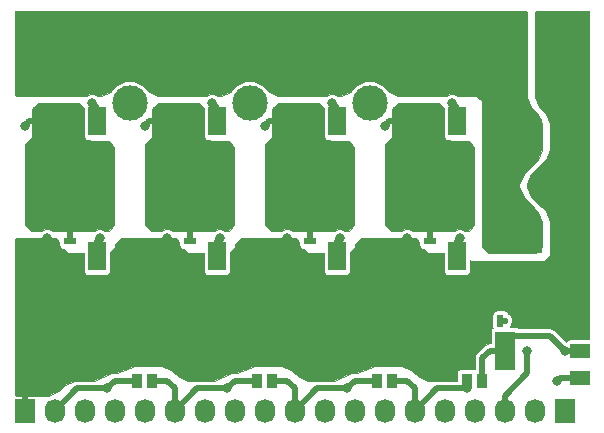
<source format=gbr>
G04 #@! TF.FileFunction,Copper,L2,Bot,Signal*
%FSLAX46Y46*%
G04 Gerber Fmt 4.6, Leading zero omitted, Abs format (unit mm)*
G04 Created by KiCad (PCBNEW 4.0.7) date 01/30/18 18:32:40*
%MOMM*%
%LPD*%
G01*
G04 APERTURE LIST*
%ADD10C,0.100000*%
%ADD11R,1.000000X0.600000*%
%ADD12R,1.500000X2.400000*%
%ADD13R,7.000240X7.000240*%
%ADD14R,1.727200X2.032000*%
%ADD15O,1.727200X2.032000*%
%ADD16R,0.965200X1.270000*%
%ADD17R,1.700000X1.200000*%
%ADD18R,1.700000X3.300000*%
%ADD19R,1.300000X1.300000*%
%ADD20C,1.300000*%
%ADD21R,2.032000X1.727200*%
%ADD22O,2.032000X1.727200*%
%ADD23R,0.600000X1.000000*%
%ADD24C,3.000000*%
%ADD25C,1.200000*%
%ADD26C,0.800000*%
%ADD27C,0.600000*%
%ADD28C,0.500000*%
%ADD29C,0.250000*%
%ADD30C,0.026000*%
G04 APERTURE END LIST*
D10*
D11*
X8890000Y-25035000D03*
X8890000Y-27035000D03*
X19050000Y-25035000D03*
X19050000Y-27035000D03*
D12*
X11190000Y-14880000D03*
X6590000Y-14880000D03*
D13*
X8890000Y-8980680D03*
D12*
X11190000Y-26310000D03*
X6590000Y-26310000D03*
D13*
X8890000Y-20410680D03*
D12*
X21350000Y-14880000D03*
X16750000Y-14880000D03*
D13*
X19050000Y-8980680D03*
D12*
X21350000Y-26310000D03*
X16750000Y-26310000D03*
D13*
X19050000Y-20410680D03*
D14*
X5080000Y-39370000D03*
D15*
X7620000Y-39370000D03*
X10160000Y-39370000D03*
X12700000Y-39370000D03*
X15240000Y-39370000D03*
X17780000Y-39370000D03*
X20320000Y-39370000D03*
X22860000Y-39370000D03*
X25400000Y-39370000D03*
X27940000Y-39370000D03*
X30480000Y-39370000D03*
X33020000Y-39370000D03*
X35560000Y-39370000D03*
X38100000Y-39370000D03*
X40640000Y-39370000D03*
X43180000Y-39370000D03*
D12*
X31510000Y-14880000D03*
X26910000Y-14880000D03*
D13*
X29210000Y-8980680D03*
D12*
X31510000Y-26310000D03*
X26910000Y-26310000D03*
D13*
X29210000Y-20410680D03*
D12*
X41670000Y-14880000D03*
X37070000Y-14880000D03*
D13*
X39370000Y-8980680D03*
D12*
X41670000Y-26310000D03*
X37070000Y-26310000D03*
D13*
X39370000Y-20410680D03*
D11*
X29210000Y-25035000D03*
X29210000Y-27035000D03*
X39370000Y-25035000D03*
X39370000Y-27035000D03*
D16*
X14605000Y-36830000D03*
X15875000Y-36830000D03*
X24765000Y-36830000D03*
X26035000Y-36830000D03*
X34925000Y-36830000D03*
X36195000Y-36830000D03*
X43815000Y-36830000D03*
X42545000Y-36830000D03*
D17*
X52070000Y-31990000D03*
X52070000Y-34290000D03*
X52070000Y-36590000D03*
D18*
X45770000Y-34290000D03*
D19*
X48260000Y-25400000D03*
D20*
X48260000Y-30400000D03*
D19*
X48260000Y-15240000D03*
D20*
X48260000Y-20240000D03*
D14*
X50800000Y-39370000D03*
D15*
X48260000Y-39370000D03*
X45720000Y-39370000D03*
D21*
X45720000Y-6350000D03*
D22*
X45720000Y-8890000D03*
X45720000Y-11430000D03*
X45720000Y-13970000D03*
D21*
X50800000Y-6350000D03*
D22*
X50800000Y-8890000D03*
X50800000Y-11430000D03*
X50800000Y-13970000D03*
D23*
X47355000Y-31750000D03*
X45355000Y-31750000D03*
D24*
X34290000Y-13335000D03*
X13970000Y-13335000D03*
X24130000Y-13335000D03*
D25*
X8890000Y-15240000D03*
X7620000Y-16510000D03*
X8890000Y-16510000D03*
X10160000Y-20320000D03*
X10160000Y-21590000D03*
X11430000Y-17780000D03*
X10160000Y-17780000D03*
X8890000Y-17780000D03*
X7620000Y-17780000D03*
X7620000Y-19050000D03*
X7620000Y-20320000D03*
X7620000Y-21590000D03*
X7620000Y-22860000D03*
X8890000Y-22860000D03*
X10160000Y-22860000D03*
X11430000Y-22860000D03*
X11430000Y-21590000D03*
X11430000Y-20320000D03*
X11430000Y-19050000D03*
X10160000Y-19050000D03*
X8890000Y-19050000D03*
X8890000Y-20320000D03*
X8890000Y-21590000D03*
D26*
X5080000Y-15240000D03*
D25*
X19050000Y-15240000D03*
X17780000Y-17780000D03*
X17780000Y-16510000D03*
X19050000Y-16510000D03*
X17780000Y-19050000D03*
X17780000Y-20320000D03*
X17780000Y-21590000D03*
X17780000Y-22860000D03*
X19050000Y-22860000D03*
X19050000Y-21590000D03*
X19050000Y-20320000D03*
X19050000Y-19050000D03*
X19050000Y-17780000D03*
X20320000Y-17780000D03*
X20320000Y-19050000D03*
X20320000Y-20320000D03*
X20320000Y-21590000D03*
X20320000Y-22860000D03*
X21590000Y-22860000D03*
X21590000Y-21590000D03*
X21590000Y-20320000D03*
X21590000Y-19050000D03*
X21590000Y-17780000D03*
D26*
X15240000Y-15240000D03*
X10795000Y-13335000D03*
X11430000Y-24765000D03*
X20955000Y-13335000D03*
X21590000Y-24765000D03*
X47625000Y-34290000D03*
D25*
X29210000Y-15240000D03*
X27940000Y-17780000D03*
X27940000Y-16510000D03*
X29210000Y-16510000D03*
X27940000Y-19050000D03*
X27940000Y-20320000D03*
X27940000Y-21590000D03*
X27940000Y-22860000D03*
X29210000Y-22860000D03*
X29210000Y-21590000D03*
X29210000Y-20320000D03*
X29210000Y-19050000D03*
X29210000Y-17780000D03*
X30480000Y-17780000D03*
X30480000Y-19050000D03*
X30480000Y-20320000D03*
X30480000Y-21590000D03*
X30480000Y-22860000D03*
X31750000Y-22860000D03*
X31750000Y-21590000D03*
X31750000Y-20320000D03*
X31750000Y-19050000D03*
X31750000Y-17780000D03*
D26*
X25400000Y-15240000D03*
D25*
X39370000Y-20320000D03*
X39370000Y-21590000D03*
X39370000Y-22860000D03*
X39370000Y-19050000D03*
X39370000Y-17780000D03*
X40640000Y-17780000D03*
X40640000Y-19050000D03*
X40640000Y-20320000D03*
X40640000Y-21590000D03*
X40640000Y-22860000D03*
X41910000Y-22860000D03*
X41910000Y-21590000D03*
X41910000Y-20320000D03*
X41910000Y-19050000D03*
X41910000Y-17780000D03*
X39370000Y-15240000D03*
X38100000Y-17780000D03*
X38100000Y-16510000D03*
X39370000Y-16510000D03*
X38100000Y-19050000D03*
X38100000Y-20320000D03*
X38100000Y-21590000D03*
X38100000Y-22860000D03*
D26*
X35560000Y-15240000D03*
X12065000Y-37465000D03*
X22225000Y-37465000D03*
X32385000Y-37465000D03*
X42545000Y-37465000D03*
D25*
X33655000Y-34925000D03*
X23495000Y-34925000D03*
X13335000Y-34925000D03*
D26*
X37465000Y-24765000D03*
X27305000Y-24765000D03*
X17145000Y-24765000D03*
X6985000Y-24765000D03*
X31115000Y-13335000D03*
X31750000Y-24765000D03*
X41275000Y-13335000D03*
X41910000Y-24765000D03*
X50800000Y-34290000D03*
X50165000Y-36830000D03*
D27*
X45720000Y-31750000D03*
D28*
X8890000Y-16510000D02*
X8890000Y-15240000D01*
X8890000Y-20410680D02*
X8890000Y-16510000D01*
X8890000Y-21590000D02*
X10160000Y-20320000D01*
X10160000Y-21590000D02*
X8890000Y-20410680D01*
X8890000Y-20410680D02*
X11430000Y-17870680D01*
X11430000Y-17870680D02*
X11430000Y-17780000D01*
X10160000Y-17780000D02*
X8890000Y-17780000D01*
X7620000Y-17780000D02*
X7620000Y-19050000D01*
X7620000Y-20320000D02*
X7620000Y-21590000D01*
X7620000Y-22860000D02*
X8890000Y-22860000D01*
X10160000Y-22860000D02*
X11430000Y-22860000D01*
X11430000Y-21590000D02*
X11430000Y-20320000D01*
X11430000Y-19050000D02*
X10160000Y-19050000D01*
X8890000Y-19050000D02*
X8890000Y-20320000D01*
X8890000Y-25035000D02*
X8890000Y-20410680D01*
X5440000Y-14880000D02*
X6590000Y-14880000D01*
X5080000Y-15240000D02*
X5440000Y-14880000D01*
X17780000Y-19050000D02*
X17780000Y-17780000D01*
X19050000Y-16510000D02*
X17780000Y-16510000D01*
X17780000Y-20320000D02*
X17780000Y-21590000D01*
X17780000Y-22860000D02*
X19050000Y-22860000D01*
X19050000Y-21590000D02*
X19050000Y-20320000D01*
X19050000Y-19050000D02*
X19050000Y-17780000D01*
X20320000Y-17780000D02*
X20320000Y-19050000D01*
X20320000Y-20320000D02*
X20320000Y-21590000D01*
X20320000Y-22860000D02*
X21590000Y-22860000D01*
X21590000Y-21590000D02*
X21590000Y-20320000D01*
X21590000Y-19050000D02*
X21590000Y-17780000D01*
X19050000Y-25035000D02*
X19050000Y-20410680D01*
X15600000Y-14880000D02*
X16750000Y-14880000D01*
X15240000Y-15240000D02*
X15600000Y-14880000D01*
X10795000Y-13335000D02*
X11190000Y-13730000D01*
X11190000Y-13730000D02*
X11190000Y-14880000D01*
X11190000Y-25005000D02*
X11190000Y-26310000D01*
X11430000Y-24765000D02*
X11190000Y-25005000D01*
X11190000Y-26275000D02*
X11190000Y-26310000D01*
X20955000Y-13335000D02*
X21350000Y-13730000D01*
X21350000Y-13730000D02*
X21350000Y-14880000D01*
X21590000Y-24765000D02*
X21350000Y-25005000D01*
X21350000Y-25005000D02*
X21350000Y-26310000D01*
X45720000Y-39370000D02*
X45720000Y-38100000D01*
X47625000Y-36195000D02*
X47625000Y-34290000D01*
X45720000Y-38100000D02*
X47625000Y-36195000D01*
X27940000Y-19050000D02*
X27940000Y-17780000D01*
X29210000Y-16510000D02*
X27940000Y-16510000D01*
X27940000Y-20320000D02*
X27940000Y-21590000D01*
X27940000Y-22860000D02*
X29210000Y-22860000D01*
X29210000Y-21590000D02*
X29210000Y-20320000D01*
X29210000Y-19050000D02*
X29210000Y-17780000D01*
X30480000Y-17780000D02*
X30480000Y-19050000D01*
X30480000Y-20320000D02*
X30480000Y-21590000D01*
X30480000Y-22860000D02*
X31750000Y-22860000D01*
X31750000Y-21590000D02*
X31750000Y-20320000D01*
X31750000Y-19050000D02*
X31750000Y-17780000D01*
X29210000Y-25035000D02*
X29210000Y-20410680D01*
X26910000Y-14880000D02*
X25760000Y-14880000D01*
X25760000Y-14880000D02*
X25400000Y-15240000D01*
X39370000Y-22860000D02*
X39370000Y-21590000D01*
X39370000Y-20320000D02*
X39370000Y-19050000D01*
X39370000Y-17780000D02*
X40640000Y-17780000D01*
X40640000Y-19050000D02*
X40640000Y-20320000D01*
X40640000Y-21590000D02*
X40640000Y-22860000D01*
X41910000Y-22860000D02*
X41910000Y-21590000D01*
X41910000Y-20320000D02*
X41910000Y-19050000D01*
X41910000Y-17780000D02*
X39370000Y-20410680D01*
X38100000Y-19050000D02*
X38100000Y-17780000D01*
X39370000Y-16510000D02*
X38100000Y-16510000D01*
X38100000Y-20320000D02*
X38100000Y-21590000D01*
X38100000Y-22860000D02*
X39370000Y-20410680D01*
X39370000Y-25035000D02*
X39370000Y-20410680D01*
X37070000Y-14880000D02*
X35920000Y-14880000D01*
X35920000Y-14880000D02*
X35560000Y-15240000D01*
X14605000Y-36830000D02*
X12700000Y-36830000D01*
X12700000Y-36830000D02*
X12065000Y-37465000D01*
X7620000Y-39370000D02*
X9525000Y-37465000D01*
X9525000Y-37465000D02*
X12065000Y-37465000D01*
X15875000Y-36830000D02*
X17145000Y-36830000D01*
X17780000Y-37465000D02*
X17780000Y-39370000D01*
X17145000Y-36830000D02*
X17780000Y-37465000D01*
X22225000Y-37465000D02*
X22860000Y-36830000D01*
X22860000Y-36830000D02*
X24765000Y-36830000D01*
X19685000Y-37465000D02*
X17780000Y-39370000D01*
X22225000Y-37465000D02*
X19685000Y-37465000D01*
X26035000Y-36830000D02*
X27305000Y-36830000D01*
X27940000Y-37465000D02*
X27940000Y-39370000D01*
X27305000Y-36830000D02*
X27940000Y-37465000D01*
X32385000Y-37465000D02*
X33020000Y-36830000D01*
X33020000Y-36830000D02*
X34925000Y-36830000D01*
X27940000Y-39370000D02*
X29845000Y-37465000D01*
X29845000Y-37465000D02*
X32385000Y-37465000D01*
X36195000Y-36830000D02*
X37465000Y-36830000D01*
X38100000Y-37465000D02*
X38100000Y-39370000D01*
X37465000Y-36830000D02*
X38100000Y-37465000D01*
X40005000Y-37465000D02*
X38100000Y-39370000D01*
X42545000Y-37465000D02*
X40005000Y-37465000D01*
X47355000Y-31750000D02*
X47355000Y-31305000D01*
X47355000Y-31305000D02*
X48260000Y-30400000D01*
X48260000Y-30400000D02*
X51355000Y-30400000D01*
X52070000Y-31115000D02*
X52070000Y-31990000D01*
X51355000Y-30400000D02*
X52070000Y-31115000D01*
X5080000Y-39370000D02*
X5080000Y-30480000D01*
X6590000Y-28970000D02*
X6590000Y-26310000D01*
X5080000Y-30480000D02*
X6590000Y-28970000D01*
X37070000Y-26310000D02*
X37070000Y-25160000D01*
X37070000Y-25160000D02*
X37465000Y-24765000D01*
X27305000Y-24765000D02*
X26910000Y-25160000D01*
X26910000Y-25160000D02*
X26910000Y-26310000D01*
X16750000Y-26310000D02*
X16750000Y-25160000D01*
X16750000Y-25160000D02*
X17145000Y-24765000D01*
X6590000Y-26310000D02*
X6590000Y-25160000D01*
X6590000Y-25160000D02*
X6985000Y-24765000D01*
X39370000Y-27035000D02*
X37795000Y-27035000D01*
X37795000Y-27035000D02*
X37070000Y-26310000D01*
X29210000Y-27035000D02*
X27635000Y-27035000D01*
X27635000Y-27035000D02*
X26910000Y-26310000D01*
X8890000Y-27035000D02*
X7315000Y-27035000D01*
X7315000Y-27035000D02*
X6590000Y-26310000D01*
X19050000Y-27035000D02*
X17475000Y-27035000D01*
X17475000Y-27035000D02*
X16750000Y-26310000D01*
X31115000Y-13335000D02*
X31510000Y-13730000D01*
X31510000Y-13730000D02*
X31510000Y-14880000D01*
X31510000Y-26310000D02*
X31510000Y-25005000D01*
X31510000Y-25005000D02*
X31750000Y-24765000D01*
X31510000Y-26275000D02*
X31510000Y-26310000D01*
X41275000Y-13335000D02*
X41670000Y-13730000D01*
X41670000Y-13730000D02*
X41670000Y-14880000D01*
X41670000Y-25005000D02*
X41670000Y-26310000D01*
X41910000Y-24765000D02*
X41670000Y-25005000D01*
X41670000Y-26275000D02*
X41670000Y-26310000D01*
X45770000Y-34290000D02*
X45770000Y-32970000D01*
X45770000Y-32970000D02*
X45820000Y-33020000D01*
X45820000Y-33020000D02*
X49530000Y-33020000D01*
X52070000Y-34290000D02*
X50800000Y-34290000D01*
X50800000Y-34290000D02*
X49530000Y-33020000D01*
X43815000Y-36830000D02*
X43815000Y-34925000D01*
X43815000Y-34925000D02*
X44450000Y-34290000D01*
X44450000Y-34290000D02*
X45135000Y-34290000D01*
X50405000Y-36590000D02*
X52070000Y-36590000D01*
X50165000Y-36830000D02*
X50405000Y-36590000D01*
D29*
X45720000Y-31750000D02*
X45355000Y-31750000D01*
D30*
G36*
X10069889Y-13763273D02*
X10069889Y-16080000D01*
X10095201Y-16214520D01*
X10174702Y-16338068D01*
X10296006Y-16420951D01*
X10440000Y-16450111D01*
X10581727Y-16450111D01*
X10650808Y-16519192D01*
X10655108Y-16522045D01*
X10660000Y-16523000D01*
X12194616Y-16523000D01*
X12687000Y-17015384D01*
X12687000Y-23624616D01*
X12194616Y-24117000D01*
X11859067Y-24117000D01*
X11582436Y-24002133D01*
X11278896Y-24001868D01*
X11000255Y-24117000D01*
X7414067Y-24117000D01*
X7137436Y-24002133D01*
X6833896Y-24001868D01*
X6555255Y-24117000D01*
X5585384Y-24117000D01*
X5093000Y-23624616D01*
X5093000Y-16832884D01*
X5724192Y-16201692D01*
X5727045Y-16197392D01*
X5728000Y-16192500D01*
X5728000Y-13840384D01*
X6220384Y-13348000D01*
X9654616Y-13348000D01*
X10069889Y-13763273D01*
X10069889Y-13763273D01*
G37*
X10069889Y-13763273D02*
X10069889Y-16080000D01*
X10095201Y-16214520D01*
X10174702Y-16338068D01*
X10296006Y-16420951D01*
X10440000Y-16450111D01*
X10581727Y-16450111D01*
X10650808Y-16519192D01*
X10655108Y-16522045D01*
X10660000Y-16523000D01*
X12194616Y-16523000D01*
X12687000Y-17015384D01*
X12687000Y-23624616D01*
X12194616Y-24117000D01*
X11859067Y-24117000D01*
X11582436Y-24002133D01*
X11278896Y-24001868D01*
X11000255Y-24117000D01*
X7414067Y-24117000D01*
X7137436Y-24002133D01*
X6833896Y-24001868D01*
X6555255Y-24117000D01*
X5585384Y-24117000D01*
X5093000Y-23624616D01*
X5093000Y-16832884D01*
X5724192Y-16201692D01*
X5727045Y-16197392D01*
X5728000Y-16192500D01*
X5728000Y-13840384D01*
X6220384Y-13348000D01*
X9654616Y-13348000D01*
X10069889Y-13763273D01*
G36*
X20229889Y-13763273D02*
X20229889Y-16080000D01*
X20255201Y-16214520D01*
X20334702Y-16338068D01*
X20456006Y-16420951D01*
X20600000Y-16450111D01*
X20741727Y-16450111D01*
X20810808Y-16519192D01*
X20815108Y-16522045D01*
X20820000Y-16523000D01*
X22354616Y-16523000D01*
X22847000Y-17015384D01*
X22847000Y-23624616D01*
X22354616Y-24117000D01*
X22019067Y-24117000D01*
X21742436Y-24002133D01*
X21438896Y-24001868D01*
X21160255Y-24117000D01*
X17574067Y-24117000D01*
X17297436Y-24002133D01*
X16993896Y-24001868D01*
X16715255Y-24117000D01*
X15745384Y-24117000D01*
X15253000Y-23624616D01*
X15253000Y-16832884D01*
X15884192Y-16201692D01*
X15887045Y-16197392D01*
X15888000Y-16192500D01*
X15888000Y-13840384D01*
X16380384Y-13348000D01*
X19814616Y-13348000D01*
X20229889Y-13763273D01*
X20229889Y-13763273D01*
G37*
X20229889Y-13763273D02*
X20229889Y-16080000D01*
X20255201Y-16214520D01*
X20334702Y-16338068D01*
X20456006Y-16420951D01*
X20600000Y-16450111D01*
X20741727Y-16450111D01*
X20810808Y-16519192D01*
X20815108Y-16522045D01*
X20820000Y-16523000D01*
X22354616Y-16523000D01*
X22847000Y-17015384D01*
X22847000Y-23624616D01*
X22354616Y-24117000D01*
X22019067Y-24117000D01*
X21742436Y-24002133D01*
X21438896Y-24001868D01*
X21160255Y-24117000D01*
X17574067Y-24117000D01*
X17297436Y-24002133D01*
X16993896Y-24001868D01*
X16715255Y-24117000D01*
X15745384Y-24117000D01*
X15253000Y-23624616D01*
X15253000Y-16832884D01*
X15884192Y-16201692D01*
X15887045Y-16197392D01*
X15888000Y-16192500D01*
X15888000Y-13840384D01*
X16380384Y-13348000D01*
X19814616Y-13348000D01*
X20229889Y-13763273D01*
G36*
X30389889Y-13763273D02*
X30389889Y-16080000D01*
X30415201Y-16214520D01*
X30494702Y-16338068D01*
X30616006Y-16420951D01*
X30760000Y-16450111D01*
X30901727Y-16450111D01*
X30970808Y-16519192D01*
X30975108Y-16522045D01*
X30980000Y-16523000D01*
X32514616Y-16523000D01*
X33007000Y-17015384D01*
X33007000Y-23624616D01*
X32514616Y-24117000D01*
X32179067Y-24117000D01*
X31902436Y-24002133D01*
X31598896Y-24001868D01*
X31320255Y-24117000D01*
X27734067Y-24117000D01*
X27457436Y-24002133D01*
X27153896Y-24001868D01*
X26875255Y-24117000D01*
X25905384Y-24117000D01*
X25413000Y-23624616D01*
X25413000Y-16832884D01*
X26044192Y-16201692D01*
X26047045Y-16197392D01*
X26048000Y-16192500D01*
X26048000Y-13840384D01*
X26540384Y-13348000D01*
X29974616Y-13348000D01*
X30389889Y-13763273D01*
X30389889Y-13763273D01*
G37*
X30389889Y-13763273D02*
X30389889Y-16080000D01*
X30415201Y-16214520D01*
X30494702Y-16338068D01*
X30616006Y-16420951D01*
X30760000Y-16450111D01*
X30901727Y-16450111D01*
X30970808Y-16519192D01*
X30975108Y-16522045D01*
X30980000Y-16523000D01*
X32514616Y-16523000D01*
X33007000Y-17015384D01*
X33007000Y-23624616D01*
X32514616Y-24117000D01*
X32179067Y-24117000D01*
X31902436Y-24002133D01*
X31598896Y-24001868D01*
X31320255Y-24117000D01*
X27734067Y-24117000D01*
X27457436Y-24002133D01*
X27153896Y-24001868D01*
X26875255Y-24117000D01*
X25905384Y-24117000D01*
X25413000Y-23624616D01*
X25413000Y-16832884D01*
X26044192Y-16201692D01*
X26047045Y-16197392D01*
X26048000Y-16192500D01*
X26048000Y-13840384D01*
X26540384Y-13348000D01*
X29974616Y-13348000D01*
X30389889Y-13763273D01*
G36*
X40549889Y-13763273D02*
X40549889Y-16080000D01*
X40575201Y-16214520D01*
X40654702Y-16338068D01*
X40776006Y-16420951D01*
X40920000Y-16450111D01*
X41061727Y-16450111D01*
X41130808Y-16519192D01*
X41135108Y-16522045D01*
X41140000Y-16523000D01*
X42674616Y-16523000D01*
X43167000Y-17015384D01*
X43167000Y-23624616D01*
X42674616Y-24117000D01*
X42339067Y-24117000D01*
X42062436Y-24002133D01*
X41758896Y-24001868D01*
X41480255Y-24117000D01*
X37894067Y-24117000D01*
X37617436Y-24002133D01*
X37313896Y-24001868D01*
X37035255Y-24117000D01*
X36065384Y-24117000D01*
X35573000Y-23624616D01*
X35573000Y-16832884D01*
X36204192Y-16201692D01*
X36207045Y-16197392D01*
X36208000Y-16192500D01*
X36208000Y-13840384D01*
X36700384Y-13348000D01*
X40134616Y-13348000D01*
X40549889Y-13763273D01*
X40549889Y-13763273D01*
G37*
X40549889Y-13763273D02*
X40549889Y-16080000D01*
X40575201Y-16214520D01*
X40654702Y-16338068D01*
X40776006Y-16420951D01*
X40920000Y-16450111D01*
X41061727Y-16450111D01*
X41130808Y-16519192D01*
X41135108Y-16522045D01*
X41140000Y-16523000D01*
X42674616Y-16523000D01*
X43167000Y-17015384D01*
X43167000Y-23624616D01*
X42674616Y-24117000D01*
X42339067Y-24117000D01*
X42062436Y-24002133D01*
X41758896Y-24001868D01*
X41480255Y-24117000D01*
X37894067Y-24117000D01*
X37617436Y-24002133D01*
X37313896Y-24001868D01*
X37035255Y-24117000D01*
X36065384Y-24117000D01*
X35573000Y-23624616D01*
X35573000Y-16832884D01*
X36204192Y-16201692D01*
X36207045Y-16197392D01*
X36208000Y-16192500D01*
X36208000Y-13840384D01*
X36700384Y-13348000D01*
X40134616Y-13348000D01*
X40549889Y-13763273D01*
G36*
X52902000Y-33319889D02*
X51220000Y-33319889D01*
X51085480Y-33345201D01*
X50961932Y-33424702D01*
X50896856Y-33519944D01*
X49963456Y-32586544D01*
X49764585Y-32453662D01*
X49530000Y-32407000D01*
X46901429Y-32407000D01*
X46885298Y-32381932D01*
X46763994Y-32299049D01*
X46620000Y-32269889D01*
X46137646Y-32269889D01*
X46281736Y-32126050D01*
X46382885Y-31882457D01*
X46383115Y-31618700D01*
X46282392Y-31374931D01*
X46096050Y-31188264D01*
X46006497Y-31151078D01*
X45999799Y-31115480D01*
X45920298Y-30991932D01*
X45798994Y-30909049D01*
X45655000Y-30879889D01*
X45055000Y-30879889D01*
X44920480Y-30905201D01*
X44796932Y-30984702D01*
X44714049Y-31106006D01*
X44684889Y-31250000D01*
X44684889Y-32250000D01*
X44703340Y-32348057D01*
X44661932Y-32374702D01*
X44579049Y-32496006D01*
X44549889Y-32640000D01*
X44549889Y-33677000D01*
X44450000Y-33677000D01*
X44215415Y-33723662D01*
X44016544Y-33856543D01*
X43381544Y-34491544D01*
X43248662Y-34690415D01*
X43202000Y-34925000D01*
X43202000Y-35849426D01*
X43197880Y-35850201D01*
X43181443Y-35860778D01*
X43171594Y-35854049D01*
X43027600Y-35824889D01*
X42062400Y-35824889D01*
X41927880Y-35850201D01*
X41804332Y-35929702D01*
X41721449Y-36051006D01*
X41692289Y-36195000D01*
X41692289Y-36817000D01*
X39237585Y-36817000D01*
X38388810Y-36465426D01*
X37827745Y-35904361D01*
X37823528Y-35901543D01*
X36969975Y-35547990D01*
X36965000Y-35547000D01*
X34739013Y-35547000D01*
X34734038Y-35547990D01*
X33203402Y-36182000D01*
X32834013Y-36182000D01*
X32829038Y-36182990D01*
X31298402Y-36817000D01*
X29077585Y-36817000D01*
X28228810Y-36465426D01*
X27667745Y-35904361D01*
X27663528Y-35901543D01*
X26809975Y-35547990D01*
X26805000Y-35547000D01*
X24579013Y-35547000D01*
X24574038Y-35547990D01*
X23043402Y-36182000D01*
X22674013Y-36182000D01*
X22669038Y-36182990D01*
X21138402Y-36817000D01*
X18917585Y-36817000D01*
X18068810Y-36465426D01*
X17507745Y-35904361D01*
X17503528Y-35901543D01*
X16649975Y-35547990D01*
X16645000Y-35547000D01*
X14419013Y-35547000D01*
X14414038Y-35547990D01*
X12883402Y-36182000D01*
X12514013Y-36182000D01*
X12509038Y-36182990D01*
X10978402Y-36817000D01*
X9390000Y-36817000D01*
X9385025Y-36817990D01*
X8531472Y-37171543D01*
X8527255Y-37174361D01*
X7966190Y-37735426D01*
X7224455Y-38042663D01*
X7150601Y-38057353D01*
X7106231Y-38087000D01*
X4315384Y-38087000D01*
X4248000Y-38019616D01*
X4248000Y-24845384D01*
X4315384Y-24778000D01*
X7749616Y-24778000D01*
X8019889Y-25048273D01*
X8019889Y-25335000D01*
X8045201Y-25469520D01*
X8124702Y-25593068D01*
X8246006Y-25675951D01*
X8390000Y-25705111D01*
X8406727Y-25705111D01*
X8745808Y-26044192D01*
X8750108Y-26047045D01*
X8755000Y-26048000D01*
X10069889Y-26048000D01*
X10069889Y-27510000D01*
X10095201Y-27644520D01*
X10174702Y-27768068D01*
X10296006Y-27850951D01*
X10440000Y-27880111D01*
X11940000Y-27880111D01*
X12074520Y-27854799D01*
X12198068Y-27775298D01*
X12280951Y-27653994D01*
X12310111Y-27510000D01*
X12310111Y-25943273D01*
X12709192Y-25544192D01*
X12712045Y-25539892D01*
X12713000Y-25535000D01*
X12713000Y-25270384D01*
X13205384Y-24778000D01*
X17909616Y-24778000D01*
X18179889Y-25048273D01*
X18179889Y-25335000D01*
X18205201Y-25469520D01*
X18284702Y-25593068D01*
X18406006Y-25675951D01*
X18550000Y-25705111D01*
X18566727Y-25705111D01*
X18905808Y-26044192D01*
X18910108Y-26047045D01*
X18915000Y-26048000D01*
X20229889Y-26048000D01*
X20229889Y-27510000D01*
X20255201Y-27644520D01*
X20334702Y-27768068D01*
X20456006Y-27850951D01*
X20600000Y-27880111D01*
X22100000Y-27880111D01*
X22234520Y-27854799D01*
X22358068Y-27775298D01*
X22440951Y-27653994D01*
X22470111Y-27510000D01*
X22470111Y-25943273D01*
X22869192Y-25544192D01*
X22872045Y-25539892D01*
X22873000Y-25535000D01*
X22873000Y-25270384D01*
X23365384Y-24778000D01*
X28069616Y-24778000D01*
X28339889Y-25048273D01*
X28339889Y-25335000D01*
X28365201Y-25469520D01*
X28444702Y-25593068D01*
X28566006Y-25675951D01*
X28710000Y-25705111D01*
X28726727Y-25705111D01*
X29065808Y-26044192D01*
X29070108Y-26047045D01*
X29075000Y-26048000D01*
X30389889Y-26048000D01*
X30389889Y-27510000D01*
X30415201Y-27644520D01*
X30494702Y-27768068D01*
X30616006Y-27850951D01*
X30760000Y-27880111D01*
X32260000Y-27880111D01*
X32394520Y-27854799D01*
X32518068Y-27775298D01*
X32600951Y-27653994D01*
X32630111Y-27510000D01*
X32630111Y-25943273D01*
X33029192Y-25544192D01*
X33032045Y-25539892D01*
X33033000Y-25535000D01*
X33033000Y-25270384D01*
X33525384Y-24778000D01*
X38229616Y-24778000D01*
X38499889Y-25048273D01*
X38499889Y-25335000D01*
X38525201Y-25469520D01*
X38604702Y-25593068D01*
X38726006Y-25675951D01*
X38870000Y-25705111D01*
X38886727Y-25705111D01*
X39225808Y-26044192D01*
X39230108Y-26047045D01*
X39235000Y-26048000D01*
X40549889Y-26048000D01*
X40549889Y-27510000D01*
X40575201Y-27644520D01*
X40654702Y-27768068D01*
X40776006Y-27850951D01*
X40920000Y-27880111D01*
X42420000Y-27880111D01*
X42554520Y-27854799D01*
X42678068Y-27775298D01*
X42760951Y-27653994D01*
X42790111Y-27510000D01*
X42790111Y-26615995D01*
X42853308Y-26679192D01*
X42857608Y-26682045D01*
X42862500Y-26683000D01*
X49030000Y-26683000D01*
X49035058Y-26681976D01*
X49039192Y-26679192D01*
X49539192Y-26179192D01*
X49542045Y-26174892D01*
X49543000Y-26170000D01*
X49543000Y-23360000D01*
X49542010Y-23355025D01*
X49188457Y-22501472D01*
X49185639Y-22497255D01*
X47989574Y-21301190D01*
X47638000Y-20452415D01*
X47638000Y-20187585D01*
X47989574Y-19338810D01*
X49185639Y-18142745D01*
X49188457Y-18138528D01*
X49542010Y-17284975D01*
X49543000Y-17280000D01*
X49543000Y-15105000D01*
X49542010Y-15100025D01*
X49188457Y-14246472D01*
X49185639Y-14242255D01*
X48624574Y-13681190D01*
X48273000Y-12832415D01*
X48273000Y-5585384D01*
X48340384Y-5518000D01*
X52902000Y-5518000D01*
X52902000Y-33319889D01*
X52902000Y-33319889D01*
G37*
X52902000Y-33319889D02*
X51220000Y-33319889D01*
X51085480Y-33345201D01*
X50961932Y-33424702D01*
X50896856Y-33519944D01*
X49963456Y-32586544D01*
X49764585Y-32453662D01*
X49530000Y-32407000D01*
X46901429Y-32407000D01*
X46885298Y-32381932D01*
X46763994Y-32299049D01*
X46620000Y-32269889D01*
X46137646Y-32269889D01*
X46281736Y-32126050D01*
X46382885Y-31882457D01*
X46383115Y-31618700D01*
X46282392Y-31374931D01*
X46096050Y-31188264D01*
X46006497Y-31151078D01*
X45999799Y-31115480D01*
X45920298Y-30991932D01*
X45798994Y-30909049D01*
X45655000Y-30879889D01*
X45055000Y-30879889D01*
X44920480Y-30905201D01*
X44796932Y-30984702D01*
X44714049Y-31106006D01*
X44684889Y-31250000D01*
X44684889Y-32250000D01*
X44703340Y-32348057D01*
X44661932Y-32374702D01*
X44579049Y-32496006D01*
X44549889Y-32640000D01*
X44549889Y-33677000D01*
X44450000Y-33677000D01*
X44215415Y-33723662D01*
X44016544Y-33856543D01*
X43381544Y-34491544D01*
X43248662Y-34690415D01*
X43202000Y-34925000D01*
X43202000Y-35849426D01*
X43197880Y-35850201D01*
X43181443Y-35860778D01*
X43171594Y-35854049D01*
X43027600Y-35824889D01*
X42062400Y-35824889D01*
X41927880Y-35850201D01*
X41804332Y-35929702D01*
X41721449Y-36051006D01*
X41692289Y-36195000D01*
X41692289Y-36817000D01*
X39237585Y-36817000D01*
X38388810Y-36465426D01*
X37827745Y-35904361D01*
X37823528Y-35901543D01*
X36969975Y-35547990D01*
X36965000Y-35547000D01*
X34739013Y-35547000D01*
X34734038Y-35547990D01*
X33203402Y-36182000D01*
X32834013Y-36182000D01*
X32829038Y-36182990D01*
X31298402Y-36817000D01*
X29077585Y-36817000D01*
X28228810Y-36465426D01*
X27667745Y-35904361D01*
X27663528Y-35901543D01*
X26809975Y-35547990D01*
X26805000Y-35547000D01*
X24579013Y-35547000D01*
X24574038Y-35547990D01*
X23043402Y-36182000D01*
X22674013Y-36182000D01*
X22669038Y-36182990D01*
X21138402Y-36817000D01*
X18917585Y-36817000D01*
X18068810Y-36465426D01*
X17507745Y-35904361D01*
X17503528Y-35901543D01*
X16649975Y-35547990D01*
X16645000Y-35547000D01*
X14419013Y-35547000D01*
X14414038Y-35547990D01*
X12883402Y-36182000D01*
X12514013Y-36182000D01*
X12509038Y-36182990D01*
X10978402Y-36817000D01*
X9390000Y-36817000D01*
X9385025Y-36817990D01*
X8531472Y-37171543D01*
X8527255Y-37174361D01*
X7966190Y-37735426D01*
X7224455Y-38042663D01*
X7150601Y-38057353D01*
X7106231Y-38087000D01*
X4315384Y-38087000D01*
X4248000Y-38019616D01*
X4248000Y-24845384D01*
X4315384Y-24778000D01*
X7749616Y-24778000D01*
X8019889Y-25048273D01*
X8019889Y-25335000D01*
X8045201Y-25469520D01*
X8124702Y-25593068D01*
X8246006Y-25675951D01*
X8390000Y-25705111D01*
X8406727Y-25705111D01*
X8745808Y-26044192D01*
X8750108Y-26047045D01*
X8755000Y-26048000D01*
X10069889Y-26048000D01*
X10069889Y-27510000D01*
X10095201Y-27644520D01*
X10174702Y-27768068D01*
X10296006Y-27850951D01*
X10440000Y-27880111D01*
X11940000Y-27880111D01*
X12074520Y-27854799D01*
X12198068Y-27775298D01*
X12280951Y-27653994D01*
X12310111Y-27510000D01*
X12310111Y-25943273D01*
X12709192Y-25544192D01*
X12712045Y-25539892D01*
X12713000Y-25535000D01*
X12713000Y-25270384D01*
X13205384Y-24778000D01*
X17909616Y-24778000D01*
X18179889Y-25048273D01*
X18179889Y-25335000D01*
X18205201Y-25469520D01*
X18284702Y-25593068D01*
X18406006Y-25675951D01*
X18550000Y-25705111D01*
X18566727Y-25705111D01*
X18905808Y-26044192D01*
X18910108Y-26047045D01*
X18915000Y-26048000D01*
X20229889Y-26048000D01*
X20229889Y-27510000D01*
X20255201Y-27644520D01*
X20334702Y-27768068D01*
X20456006Y-27850951D01*
X20600000Y-27880111D01*
X22100000Y-27880111D01*
X22234520Y-27854799D01*
X22358068Y-27775298D01*
X22440951Y-27653994D01*
X22470111Y-27510000D01*
X22470111Y-25943273D01*
X22869192Y-25544192D01*
X22872045Y-25539892D01*
X22873000Y-25535000D01*
X22873000Y-25270384D01*
X23365384Y-24778000D01*
X28069616Y-24778000D01*
X28339889Y-25048273D01*
X28339889Y-25335000D01*
X28365201Y-25469520D01*
X28444702Y-25593068D01*
X28566006Y-25675951D01*
X28710000Y-25705111D01*
X28726727Y-25705111D01*
X29065808Y-26044192D01*
X29070108Y-26047045D01*
X29075000Y-26048000D01*
X30389889Y-26048000D01*
X30389889Y-27510000D01*
X30415201Y-27644520D01*
X30494702Y-27768068D01*
X30616006Y-27850951D01*
X30760000Y-27880111D01*
X32260000Y-27880111D01*
X32394520Y-27854799D01*
X32518068Y-27775298D01*
X32600951Y-27653994D01*
X32630111Y-27510000D01*
X32630111Y-25943273D01*
X33029192Y-25544192D01*
X33032045Y-25539892D01*
X33033000Y-25535000D01*
X33033000Y-25270384D01*
X33525384Y-24778000D01*
X38229616Y-24778000D01*
X38499889Y-25048273D01*
X38499889Y-25335000D01*
X38525201Y-25469520D01*
X38604702Y-25593068D01*
X38726006Y-25675951D01*
X38870000Y-25705111D01*
X38886727Y-25705111D01*
X39225808Y-26044192D01*
X39230108Y-26047045D01*
X39235000Y-26048000D01*
X40549889Y-26048000D01*
X40549889Y-27510000D01*
X40575201Y-27644520D01*
X40654702Y-27768068D01*
X40776006Y-27850951D01*
X40920000Y-27880111D01*
X42420000Y-27880111D01*
X42554520Y-27854799D01*
X42678068Y-27775298D01*
X42760951Y-27653994D01*
X42790111Y-27510000D01*
X42790111Y-26615995D01*
X42853308Y-26679192D01*
X42857608Y-26682045D01*
X42862500Y-26683000D01*
X49030000Y-26683000D01*
X49035058Y-26681976D01*
X49039192Y-26679192D01*
X49539192Y-26179192D01*
X49542045Y-26174892D01*
X49543000Y-26170000D01*
X49543000Y-23360000D01*
X49542010Y-23355025D01*
X49188457Y-22501472D01*
X49185639Y-22497255D01*
X47989574Y-21301190D01*
X47638000Y-20452415D01*
X47638000Y-20187585D01*
X47989574Y-19338810D01*
X49185639Y-18142745D01*
X49188457Y-18138528D01*
X49542010Y-17284975D01*
X49543000Y-17280000D01*
X49543000Y-15105000D01*
X49542010Y-15100025D01*
X49188457Y-14246472D01*
X49185639Y-14242255D01*
X48624574Y-13681190D01*
X48273000Y-12832415D01*
X48273000Y-5585384D01*
X48340384Y-5518000D01*
X52902000Y-5518000D01*
X52902000Y-33319889D01*
G36*
X47612000Y-5585384D02*
X47612000Y-12835000D01*
X47612990Y-12839975D01*
X47966543Y-13693528D01*
X47969361Y-13697745D01*
X48530426Y-14258810D01*
X48882000Y-15107585D01*
X48882000Y-17277415D01*
X48530426Y-18126190D01*
X47334361Y-19322255D01*
X47331543Y-19326472D01*
X46977990Y-20180025D01*
X46977000Y-20185000D01*
X46977000Y-20455000D01*
X46977990Y-20459975D01*
X47331543Y-21313528D01*
X47334361Y-21317745D01*
X48530426Y-22513810D01*
X48882000Y-23362585D01*
X48882000Y-25529616D01*
X48389616Y-26022000D01*
X44320384Y-26022000D01*
X43828000Y-25529616D01*
X43828000Y-13200000D01*
X43826976Y-13194942D01*
X43824192Y-13190808D01*
X43324192Y-12690808D01*
X43319892Y-12687955D01*
X43315000Y-12687000D01*
X41704067Y-12687000D01*
X41427436Y-12572133D01*
X41123896Y-12571868D01*
X40845255Y-12687000D01*
X36697585Y-12687000D01*
X35901827Y-12357386D01*
X35870295Y-12281074D01*
X35346682Y-11756547D01*
X34662199Y-11472324D01*
X34560936Y-11472236D01*
X34429975Y-11417990D01*
X34425000Y-11417000D01*
X34155000Y-11417000D01*
X34150025Y-11417990D01*
X34020202Y-11471764D01*
X33921052Y-11471678D01*
X33236074Y-11754705D01*
X32711547Y-12278318D01*
X32678827Y-12357115D01*
X31882415Y-12687000D01*
X31544067Y-12687000D01*
X31267436Y-12572133D01*
X30963896Y-12571868D01*
X30685255Y-12687000D01*
X26537585Y-12687000D01*
X25741827Y-12357386D01*
X25710295Y-12281074D01*
X25186682Y-11756547D01*
X24502199Y-11472324D01*
X24400936Y-11472236D01*
X24269975Y-11417990D01*
X24265000Y-11417000D01*
X23995000Y-11417000D01*
X23990025Y-11417990D01*
X23860202Y-11471764D01*
X23761052Y-11471678D01*
X23076074Y-11754705D01*
X22551547Y-12278318D01*
X22518827Y-12357115D01*
X21722415Y-12687000D01*
X21384067Y-12687000D01*
X21107436Y-12572133D01*
X20803896Y-12571868D01*
X20525255Y-12687000D01*
X16377585Y-12687000D01*
X15581827Y-12357386D01*
X15550295Y-12281074D01*
X15026682Y-11756547D01*
X14342199Y-11472324D01*
X14240936Y-11472236D01*
X14109975Y-11417990D01*
X14105000Y-11417000D01*
X13835000Y-11417000D01*
X13830025Y-11417990D01*
X13700202Y-11471764D01*
X13601052Y-11471678D01*
X12916074Y-11754705D01*
X12391547Y-12278318D01*
X12358827Y-12357115D01*
X11562415Y-12687000D01*
X11224067Y-12687000D01*
X10947436Y-12572133D01*
X10643896Y-12571868D01*
X10365255Y-12687000D01*
X4315384Y-12687000D01*
X4248000Y-12619616D01*
X4248000Y-5518000D01*
X47544616Y-5518000D01*
X47612000Y-5585384D01*
X47612000Y-5585384D01*
G37*
X47612000Y-5585384D02*
X47612000Y-12835000D01*
X47612990Y-12839975D01*
X47966543Y-13693528D01*
X47969361Y-13697745D01*
X48530426Y-14258810D01*
X48882000Y-15107585D01*
X48882000Y-17277415D01*
X48530426Y-18126190D01*
X47334361Y-19322255D01*
X47331543Y-19326472D01*
X46977990Y-20180025D01*
X46977000Y-20185000D01*
X46977000Y-20455000D01*
X46977990Y-20459975D01*
X47331543Y-21313528D01*
X47334361Y-21317745D01*
X48530426Y-22513810D01*
X48882000Y-23362585D01*
X48882000Y-25529616D01*
X48389616Y-26022000D01*
X44320384Y-26022000D01*
X43828000Y-25529616D01*
X43828000Y-13200000D01*
X43826976Y-13194942D01*
X43824192Y-13190808D01*
X43324192Y-12690808D01*
X43319892Y-12687955D01*
X43315000Y-12687000D01*
X41704067Y-12687000D01*
X41427436Y-12572133D01*
X41123896Y-12571868D01*
X40845255Y-12687000D01*
X36697585Y-12687000D01*
X35901827Y-12357386D01*
X35870295Y-12281074D01*
X35346682Y-11756547D01*
X34662199Y-11472324D01*
X34560936Y-11472236D01*
X34429975Y-11417990D01*
X34425000Y-11417000D01*
X34155000Y-11417000D01*
X34150025Y-11417990D01*
X34020202Y-11471764D01*
X33921052Y-11471678D01*
X33236074Y-11754705D01*
X32711547Y-12278318D01*
X32678827Y-12357115D01*
X31882415Y-12687000D01*
X31544067Y-12687000D01*
X31267436Y-12572133D01*
X30963896Y-12571868D01*
X30685255Y-12687000D01*
X26537585Y-12687000D01*
X25741827Y-12357386D01*
X25710295Y-12281074D01*
X25186682Y-11756547D01*
X24502199Y-11472324D01*
X24400936Y-11472236D01*
X24269975Y-11417990D01*
X24265000Y-11417000D01*
X23995000Y-11417000D01*
X23990025Y-11417990D01*
X23860202Y-11471764D01*
X23761052Y-11471678D01*
X23076074Y-11754705D01*
X22551547Y-12278318D01*
X22518827Y-12357115D01*
X21722415Y-12687000D01*
X21384067Y-12687000D01*
X21107436Y-12572133D01*
X20803896Y-12571868D01*
X20525255Y-12687000D01*
X16377585Y-12687000D01*
X15581827Y-12357386D01*
X15550295Y-12281074D01*
X15026682Y-11756547D01*
X14342199Y-11472324D01*
X14240936Y-11472236D01*
X14109975Y-11417990D01*
X14105000Y-11417000D01*
X13835000Y-11417000D01*
X13830025Y-11417990D01*
X13700202Y-11471764D01*
X13601052Y-11471678D01*
X12916074Y-11754705D01*
X12391547Y-12278318D01*
X12358827Y-12357115D01*
X11562415Y-12687000D01*
X11224067Y-12687000D01*
X10947436Y-12572133D01*
X10643896Y-12571868D01*
X10365255Y-12687000D01*
X4315384Y-12687000D01*
X4248000Y-12619616D01*
X4248000Y-5518000D01*
X47544616Y-5518000D01*
X47612000Y-5585384D01*
M02*

</source>
